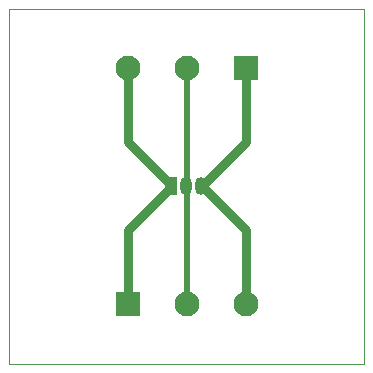
<source format=gbr>
%TF.GenerationSoftware,KiCad,Pcbnew,(6.0.9-0)*%
%TF.CreationDate,2022-11-15T00:11:15+01:00*%
%TF.ProjectId,DS_Straight,44535f53-7472-4616-9967-68742e6b6963,rev?*%
%TF.SameCoordinates,Original*%
%TF.FileFunction,Copper,L1,Top*%
%TF.FilePolarity,Positive*%
%FSLAX46Y46*%
G04 Gerber Fmt 4.6, Leading zero omitted, Abs format (unit mm)*
G04 Created by KiCad (PCBNEW (6.0.9-0)) date 2022-11-15 00:11:15*
%MOMM*%
%LPD*%
G01*
G04 APERTURE LIST*
%TA.AperFunction,Profile*%
%ADD10C,0.100000*%
%TD*%
%TA.AperFunction,ComponentPad*%
%ADD11R,2.100000X2.100000*%
%TD*%
%TA.AperFunction,ComponentPad*%
%ADD12C,2.100000*%
%TD*%
%TA.AperFunction,ComponentPad*%
%ADD13R,1.050000X1.500000*%
%TD*%
%TA.AperFunction,ComponentPad*%
%ADD14O,1.050000X1.500000*%
%TD*%
%TA.AperFunction,Conductor*%
%ADD15C,0.800000*%
%TD*%
%TA.AperFunction,Conductor*%
%ADD16C,0.250000*%
%TD*%
%TA.AperFunction,Conductor*%
%ADD17C,0.500000*%
%TD*%
G04 APERTURE END LIST*
D10*
X89300000Y-75700000D02*
X119300000Y-75700000D01*
X119300000Y-75700000D02*
X119300000Y-105700000D01*
X119300000Y-105700000D02*
X89300000Y-105700000D01*
X89300000Y-105700000D02*
X89300000Y-75700000D01*
D11*
%TO.P,J2,1,Pin_1*%
%TO.N,+5V*%
X109300000Y-80700000D03*
D12*
%TO.P,J2,2,Pin_2*%
%TO.N,Net-(J1-Pad2)*%
X104300000Y-80700000D03*
%TO.P,J2,3,Pin_3*%
%TO.N,GND*%
X99300000Y-80700000D03*
%TD*%
D13*
%TO.P,U1,1,GND*%
%TO.N,GND*%
X103005000Y-90700000D03*
D14*
%TO.P,U1,2,DQ*%
%TO.N,Net-(J1-Pad2)*%
X104275000Y-90700000D03*
%TO.P,U1,3,VDD*%
%TO.N,+5V*%
X105545000Y-90700000D03*
%TD*%
D11*
%TO.P,J1,1,Pin_1*%
%TO.N,GND*%
X99300000Y-100700000D03*
D12*
%TO.P,J1,2,Pin_2*%
%TO.N,Net-(J1-Pad2)*%
X104300000Y-100700000D03*
%TO.P,J1,3,Pin_3*%
%TO.N,+5V*%
X109300000Y-100700000D03*
%TD*%
D15*
%TO.N,GND*%
X99300000Y-94430000D02*
X103030000Y-90700000D01*
X99300000Y-80700000D02*
X99300000Y-86970000D01*
X99300000Y-100700000D02*
X99300000Y-94430000D01*
X99300000Y-86970000D02*
X103030000Y-90700000D01*
D16*
%TO.N,Net-(J1-Pad2)*%
X104200000Y-90360000D02*
X104300000Y-90260000D01*
D17*
X104300000Y-100700000D02*
X104300000Y-90700000D01*
X104300000Y-90700000D02*
X104300000Y-80700000D01*
D16*
X104200000Y-90160000D02*
X104300000Y-90260000D01*
D15*
%TO.N,+5V*%
X109300000Y-94430000D02*
X105570000Y-90700000D01*
X109300000Y-86970000D02*
X105570000Y-90700000D01*
X109300000Y-80700000D02*
X109300000Y-86970000D01*
X109300000Y-100700000D02*
X109300000Y-94430000D01*
%TD*%
M02*

</source>
